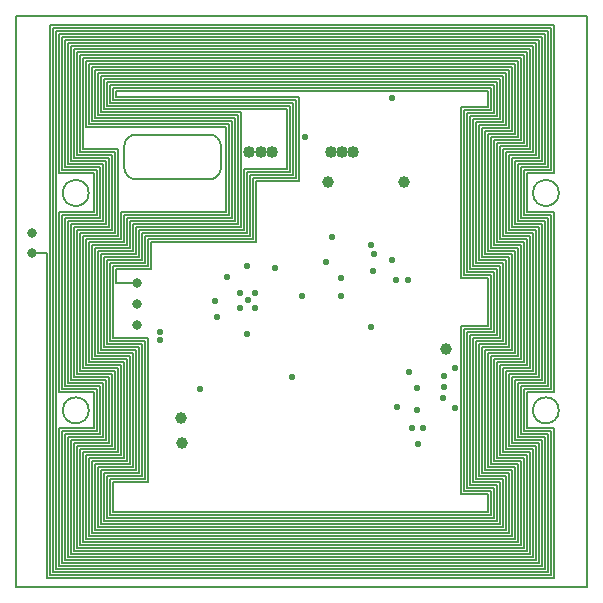
<source format=gbr>
%TF.GenerationSoftware,KiCad,Pcbnew,(5.1.4)-1*%
%TF.CreationDate,2019-12-19T16:50:30-07:00*%
%TF.ProjectId,SolarCellZ_v1,536f6c61-7243-4656-9c6c-5a5f76312e6b,rev?*%
%TF.SameCoordinates,Original*%
%TF.FileFunction,Copper,L2,Inr*%
%TF.FilePolarity,Positive*%
%FSLAX46Y46*%
G04 Gerber Fmt 4.6, Leading zero omitted, Abs format (unit mm)*
G04 Created by KiCad (PCBNEW (5.1.4)-1) date 2019-12-19 16:50:30*
%MOMM*%
%LPD*%
G04 APERTURE LIST*
%ADD10C,0.200000*%
%ADD11C,1.016000*%
%ADD12C,1.000000*%
%ADD13C,0.584200*%
%ADD14C,0.800000*%
%ADD15C,0.127000*%
G04 APERTURE END LIST*
D10*
X107407500Y-52841000D02*
G75*
G02X106407500Y-53841000I-1000000J0D01*
G01*
X100207500Y-53841000D02*
G75*
G02X99207500Y-52841000I0J1000000D01*
G01*
X106407500Y-50041000D02*
G75*
G02X107407500Y-51041000I0J-1000000D01*
G01*
X99207500Y-51041000D02*
G75*
G02X100207500Y-50041000I1000000J0D01*
G01*
X96207500Y-54991000D02*
G75*
G03X96207500Y-54991000I-1100000J0D01*
G01*
X106407500Y-50041000D02*
X100207500Y-50041000D01*
X138407500Y-39991000D02*
X138407500Y-88391000D01*
X138407500Y-88391000D02*
X90007500Y-88391000D01*
X96207500Y-73391000D02*
G75*
G03X96207500Y-73391000I-1100000J0D01*
G01*
X90007500Y-88391000D02*
X90007500Y-39991000D01*
X90007500Y-39991000D02*
X138407500Y-39991000D01*
X100207500Y-53841000D02*
X106407500Y-53841000D01*
X136007500Y-73391000D02*
G75*
G03X136007500Y-73391000I-1100000J0D01*
G01*
X136007500Y-54991000D02*
G75*
G03X136007500Y-54991000I-1100000J0D01*
G01*
X107407500Y-52841000D02*
X107407500Y-51041000D01*
X99207500Y-51041000D02*
X99207500Y-52841000D01*
D11*
X116700000Y-51500000D03*
X117650000Y-51500000D03*
X111700000Y-51500000D03*
X110750000Y-51500000D03*
X118600000Y-51500000D03*
X109800000Y-51500000D03*
D12*
X116459000Y-54038500D03*
X122936000Y-54038500D03*
X126492000Y-68199000D03*
X104013000Y-74041000D03*
X104076500Y-76200000D03*
D13*
X126301500Y-71437500D03*
X124015500Y-71501000D03*
X120268110Y-61604791D03*
X120078500Y-66357500D03*
X127254000Y-69786500D03*
X123317000Y-70167500D03*
X107032512Y-65473693D03*
X109654340Y-64046100D03*
X110253760Y-64708256D03*
X108983760Y-64708256D03*
X110261400Y-63439040D03*
X108983760Y-63463656D03*
X122237500Y-62357000D03*
X123253500Y-62357000D03*
X122301000Y-73088500D03*
X127254000Y-73215500D03*
X113411000Y-70548500D03*
X126301500Y-70485000D03*
X120111294Y-59382647D03*
X126238000Y-72390000D03*
X120396000Y-60198000D03*
X121920000Y-60706000D03*
X121920000Y-46990000D03*
X116763500Y-58710000D03*
X114554000Y-50292000D03*
X124015500Y-73406000D03*
X117602000Y-62166500D03*
X116268500Y-60833000D03*
X109644160Y-66892656D03*
X107886500Y-62103000D03*
X114299990Y-63690500D03*
X117602000Y-63690500D03*
X124045117Y-76233390D03*
X109601000Y-61214000D03*
X111950500Y-61380850D03*
X105664000Y-71628000D03*
X106872635Y-64108698D03*
D14*
X91440000Y-58420000D03*
X91440000Y-60071000D03*
X100330000Y-64389000D03*
X100330000Y-62611000D03*
X100330000Y-66167000D03*
D13*
X124523500Y-74866500D03*
X123571000Y-74866500D03*
X102235000Y-67437000D03*
X102235000Y-66802000D03*
D15*
X130556000Y-80010000D02*
X128270000Y-80010000D01*
X130556000Y-82550000D02*
X130556000Y-80010000D01*
X97790000Y-82550000D02*
X130556000Y-82550000D01*
X97790000Y-78994000D02*
X97790000Y-82550000D01*
X100711000Y-78994000D02*
X97790000Y-78994000D01*
X100711000Y-67818000D02*
X100711000Y-78994000D01*
X97790000Y-67818000D02*
X100711000Y-67818000D01*
X97790000Y-60706000D02*
X97790000Y-67818000D01*
X100711000Y-60706000D02*
X97790000Y-60706000D01*
X100711000Y-58420000D02*
X100711000Y-60706000D01*
X109601000Y-53213000D02*
X109601000Y-58420000D01*
X113284000Y-53213000D02*
X109601000Y-53213000D01*
X113284000Y-47625000D02*
X113284000Y-53213000D01*
X97790000Y-47625000D02*
X113284000Y-47625000D01*
X97790000Y-45593000D02*
X97790000Y-47625000D01*
X130810000Y-45593000D02*
X97790000Y-45593000D01*
X130810000Y-48514000D02*
X130810000Y-45593000D01*
X128524000Y-48514000D02*
X130810000Y-48514000D01*
X130810000Y-61468000D02*
X128524000Y-61468000D01*
X128524000Y-67056000D02*
X130810000Y-67056000D01*
X130810000Y-79756000D02*
X128524000Y-79756000D01*
X97536000Y-82804000D02*
X130810000Y-82804000D01*
X97536000Y-78740000D02*
X97536000Y-82804000D01*
X100457000Y-78740000D02*
X97536000Y-78740000D01*
X100457000Y-68072000D02*
X100457000Y-78740000D01*
X97536000Y-60452000D02*
X97536000Y-68072000D01*
X100457000Y-60452000D02*
X97536000Y-60452000D01*
X100457000Y-58166000D02*
X100457000Y-60452000D01*
X109347000Y-58166000D02*
X100457000Y-58166000D01*
X109347000Y-52959000D02*
X109347000Y-58166000D01*
X113030000Y-52959000D02*
X109347000Y-52959000D01*
X113030000Y-47879000D02*
X113030000Y-52959000D01*
X97536000Y-45339000D02*
X97536000Y-47879000D01*
X131064000Y-48768000D02*
X131064000Y-45339000D01*
X128778000Y-48768000D02*
X131064000Y-48768000D01*
X128778000Y-61214000D02*
X128778000Y-48768000D01*
X131064000Y-61214000D02*
X128778000Y-61214000D01*
X131064000Y-67310000D02*
X131064000Y-61214000D01*
X128778000Y-67310000D02*
X131064000Y-67310000D01*
X131064000Y-79502000D02*
X128778000Y-79502000D01*
X131064000Y-83058000D02*
X131064000Y-79502000D01*
X97282000Y-83058000D02*
X131064000Y-83058000D01*
X97282000Y-78486000D02*
X97282000Y-83058000D01*
X100203000Y-78486000D02*
X97282000Y-78486000D01*
X100203000Y-68326000D02*
X100203000Y-78486000D01*
X97282000Y-68326000D02*
X100203000Y-68326000D01*
X97282000Y-60198000D02*
X97282000Y-68326000D01*
X100203000Y-60198000D02*
X97282000Y-60198000D01*
X109093000Y-57912000D02*
X100203000Y-57912000D01*
X97282000Y-48133000D02*
X109093000Y-48133000D01*
X131318000Y-49022000D02*
X131318000Y-45085000D01*
X129032000Y-49022000D02*
X131318000Y-49022000D01*
X131318000Y-58674000D02*
X131318000Y-51308000D01*
X99441000Y-77724000D02*
X96520000Y-77724000D01*
X133604000Y-58674000D02*
X131318000Y-58674000D01*
X133604000Y-69850000D02*
X133604000Y-58674000D01*
X131318000Y-79248000D02*
X129032000Y-79248000D01*
X131318000Y-76962000D02*
X131318000Y-69850000D01*
X131572000Y-83566000D02*
X131572000Y-78994000D01*
X133604000Y-76962000D02*
X131318000Y-76962000D01*
X97028000Y-68580000D02*
X99949000Y-68580000D01*
X133604000Y-85598000D02*
X133604000Y-76962000D01*
X107823000Y-49403000D02*
X107823000Y-56642000D01*
X94742000Y-85598000D02*
X133604000Y-85598000D01*
X97028000Y-83312000D02*
X131318000Y-83312000D01*
X94742000Y-75946000D02*
X94742000Y-85598000D01*
X99441000Y-59436000D02*
X96520000Y-59436000D01*
X97663000Y-75946000D02*
X94742000Y-75946000D01*
X131572000Y-49276000D02*
X131572000Y-44831000D01*
X97663000Y-70866000D02*
X97663000Y-75946000D01*
X132080000Y-84074000D02*
X132080000Y-78486000D01*
X94742000Y-70866000D02*
X97663000Y-70866000D01*
X99441000Y-57150000D02*
X99441000Y-59436000D01*
X94742000Y-57658000D02*
X94742000Y-70866000D01*
X129286000Y-67818000D02*
X131572000Y-67818000D01*
X97663000Y-57658000D02*
X94742000Y-57658000D01*
X129794000Y-68326000D02*
X132080000Y-68326000D01*
X97663000Y-52324000D02*
X97663000Y-57658000D01*
X129794000Y-60198000D02*
X129794000Y-49784000D01*
X94742000Y-52324000D02*
X97663000Y-52324000D01*
X98679000Y-76962000D02*
X95758000Y-76962000D01*
X94742000Y-42545000D02*
X94742000Y-52324000D01*
X96012000Y-49403000D02*
X107823000Y-49403000D01*
X133858000Y-42545000D02*
X94742000Y-42545000D01*
X96012000Y-43815000D02*
X96012000Y-49403000D01*
X133858000Y-51562000D02*
X133858000Y-42545000D01*
X130048000Y-68580000D02*
X132334000Y-68580000D01*
X131572000Y-51562000D02*
X133858000Y-51562000D01*
X96774000Y-77978000D02*
X96774000Y-83566000D01*
X131572000Y-58420000D02*
X131572000Y-51562000D01*
X129540000Y-68072000D02*
X131826000Y-68072000D01*
X98552000Y-62611000D02*
X99764315Y-62611000D01*
X133858000Y-58420000D02*
X131572000Y-58420000D01*
X98933000Y-77216000D02*
X96012000Y-77216000D01*
X131572000Y-70104000D02*
X133858000Y-70104000D01*
X96266000Y-59182000D02*
X96266000Y-69342000D01*
X131572000Y-76708000D02*
X131572000Y-70104000D01*
X96012000Y-84328000D02*
X132334000Y-84328000D01*
X133858000Y-76708000D02*
X131572000Y-76708000D01*
X130302000Y-68834000D02*
X132588000Y-68834000D01*
X133858000Y-85852000D02*
X133858000Y-76708000D01*
X131826000Y-83820000D02*
X131826000Y-78740000D01*
X94488000Y-85852000D02*
X133858000Y-85852000D01*
X132334000Y-68580000D02*
X132334000Y-59944000D01*
X94488000Y-75692000D02*
X94488000Y-85852000D01*
X96266000Y-69342000D02*
X99187000Y-69342000D01*
X97409000Y-75692000D02*
X94488000Y-75692000D01*
X130302000Y-50292000D02*
X132588000Y-50292000D01*
X97409000Y-71120000D02*
X97409000Y-75692000D01*
X129794000Y-49784000D02*
X132080000Y-49784000D01*
X94488000Y-71120000D02*
X97409000Y-71120000D01*
X130048000Y-59944000D02*
X130048000Y-50038000D01*
X94488000Y-57404000D02*
X94488000Y-71120000D01*
X108585000Y-57404000D02*
X99695000Y-57404000D01*
X97409000Y-57404000D02*
X94488000Y-57404000D01*
X107823000Y-56642000D02*
X98933000Y-56642000D01*
X97409000Y-52578000D02*
X97409000Y-57404000D01*
X132588000Y-59690000D02*
X130302000Y-59690000D01*
X94488000Y-52578000D02*
X97409000Y-52578000D01*
X99187000Y-77470000D02*
X96266000Y-77470000D01*
X94488000Y-42291000D02*
X94488000Y-52578000D01*
X129286000Y-49276000D02*
X131572000Y-49276000D01*
X134112000Y-42291000D02*
X94488000Y-42291000D01*
X108839000Y-48387000D02*
X108839000Y-57658000D01*
X134112000Y-51816000D02*
X134112000Y-42291000D01*
X129794000Y-78486000D02*
X129794000Y-68326000D01*
X131826000Y-51816000D02*
X134112000Y-51816000D01*
X97028000Y-78232000D02*
X97028000Y-83312000D01*
X131826000Y-58166000D02*
X131826000Y-51816000D01*
X129540000Y-49530000D02*
X131826000Y-49530000D01*
X134112000Y-58166000D02*
X131826000Y-58166000D01*
X108331000Y-57150000D02*
X99441000Y-57150000D01*
X134112000Y-70358000D02*
X134112000Y-58166000D01*
X96774000Y-48641000D02*
X108585000Y-48641000D01*
X131826000Y-70358000D02*
X134112000Y-70358000D01*
X132334000Y-59944000D02*
X130048000Y-59944000D01*
X134112000Y-76454000D02*
X131826000Y-76454000D01*
X95758000Y-69850000D02*
X98679000Y-69850000D01*
X134112000Y-86106000D02*
X134112000Y-76454000D01*
X96520000Y-77724000D02*
X96520000Y-83820000D01*
X94234000Y-86106000D02*
X134112000Y-86106000D01*
X108331000Y-48895000D02*
X108331000Y-57150000D01*
X94234000Y-75438000D02*
X94234000Y-86106000D01*
X96520000Y-59436000D02*
X96520000Y-69088000D01*
X97155000Y-75438000D02*
X94234000Y-75438000D01*
X99187000Y-69342000D02*
X99187000Y-77470000D01*
X97155000Y-71374000D02*
X97155000Y-75438000D01*
X96012000Y-58928000D02*
X96012000Y-69596000D01*
X94234000Y-71374000D02*
X97155000Y-71374000D01*
X95758000Y-51308000D02*
X98679000Y-51308000D01*
X94234000Y-57150000D02*
X94234000Y-71374000D01*
X132080000Y-44323000D02*
X96520000Y-44323000D01*
X97155000Y-57150000D02*
X94234000Y-57150000D01*
X108585000Y-48641000D02*
X108585000Y-57404000D01*
X97155000Y-52832000D02*
X97155000Y-57150000D01*
X99187000Y-56896000D02*
X99187000Y-59182000D01*
X94234000Y-52832000D02*
X97155000Y-52832000D01*
X131318000Y-83312000D02*
X131318000Y-79248000D01*
X94234000Y-42037000D02*
X94234000Y-52832000D01*
X96012000Y-77216000D02*
X96012000Y-84328000D01*
X134366000Y-42037000D02*
X94234000Y-42037000D01*
X129540000Y-78740000D02*
X129540000Y-68072000D01*
X134366000Y-52070000D02*
X134366000Y-42037000D01*
X99695000Y-59690000D02*
X96774000Y-59690000D01*
X132080000Y-52070000D02*
X134366000Y-52070000D01*
X130302000Y-77978000D02*
X130302000Y-68834000D01*
X97917000Y-70612000D02*
X97917000Y-76200000D01*
X98044000Y-45847000D02*
X98044000Y-47371000D01*
X132588000Y-71120000D02*
X134874000Y-71120000D01*
X132080000Y-57912000D02*
X132080000Y-52070000D01*
X132588000Y-43815000D02*
X96012000Y-43815000D01*
X134366000Y-57912000D02*
X132080000Y-57912000D01*
X99441000Y-69088000D02*
X99441000Y-77724000D01*
X134366000Y-70612000D02*
X134366000Y-57912000D01*
X132080000Y-68326000D02*
X132080000Y-60198000D01*
X132080000Y-76200000D02*
X132080000Y-70612000D01*
X108077000Y-56896000D02*
X99187000Y-56896000D01*
X127762000Y-66294000D02*
X130048000Y-66294000D01*
X134366000Y-76200000D02*
X132080000Y-76200000D01*
X132334000Y-44069000D02*
X96266000Y-44069000D01*
X127762000Y-80518000D02*
X127762000Y-66294000D01*
X134366000Y-86360000D02*
X134366000Y-76200000D01*
X98679000Y-58674000D02*
X95758000Y-58674000D01*
X97917000Y-57912000D02*
X94996000Y-57912000D01*
X130302000Y-66548000D02*
X130302000Y-61976000D01*
X135128000Y-52832000D02*
X135128000Y-41275000D01*
X128016000Y-48006000D02*
X130302000Y-48006000D01*
X93980000Y-86360000D02*
X134366000Y-86360000D01*
X95758000Y-58674000D02*
X95758000Y-69850000D01*
X100965000Y-79248000D02*
X98044000Y-79248000D01*
X132842000Y-52832000D02*
X135128000Y-52832000D01*
X133096000Y-77470000D02*
X130810000Y-77470000D01*
X130556000Y-45847000D02*
X98044000Y-45847000D01*
X132842000Y-57150000D02*
X132842000Y-52832000D01*
X98679000Y-69850000D02*
X98679000Y-76962000D01*
X98298000Y-46101000D02*
X98298000Y-47117000D01*
X132842000Y-75438000D02*
X132842000Y-71374000D01*
X132334000Y-78232000D02*
X130048000Y-78232000D01*
X128524000Y-61468000D02*
X128524000Y-48514000D01*
X92710000Y-87630000D02*
X135636000Y-87630000D01*
X128016000Y-80264000D02*
X128016000Y-66548000D01*
X93218000Y-87122000D02*
X135128000Y-87122000D01*
X108077000Y-49149000D02*
X108077000Y-56896000D01*
X97917000Y-76200000D02*
X94996000Y-76200000D01*
X109855000Y-58674000D02*
X100965000Y-58674000D01*
X132334000Y-52324000D02*
X134620000Y-52324000D01*
X98298000Y-67310000D02*
X101219000Y-67310000D01*
X133096000Y-53086000D02*
X135382000Y-53086000D01*
X132588000Y-84582000D02*
X132588000Y-77978000D01*
X128270000Y-66802000D02*
X130556000Y-66802000D01*
X133096000Y-56896000D02*
X133096000Y-53086000D01*
X133096000Y-59182000D02*
X130810000Y-59182000D01*
X94996000Y-76200000D02*
X94996000Y-85344000D01*
X130302000Y-80264000D02*
X128016000Y-80264000D01*
X93726000Y-74930000D02*
X93726000Y-86614000D01*
X98298000Y-61214000D02*
X98298000Y-67310000D01*
X135382000Y-56896000D02*
X133096000Y-56896000D01*
X98933000Y-58928000D02*
X96012000Y-58928000D01*
X133350000Y-77216000D02*
X131064000Y-77216000D01*
X130048000Y-47752000D02*
X130048000Y-46355000D01*
X135382000Y-53086000D02*
X135382000Y-41021000D01*
X95250000Y-43053000D02*
X95250000Y-51816000D01*
X98298000Y-47117000D02*
X113792000Y-47117000D01*
X135382000Y-71628000D02*
X135382000Y-56896000D01*
X132334000Y-84328000D02*
X132334000Y-78232000D01*
X128016000Y-66548000D02*
X130302000Y-66548000D01*
X133096000Y-71628000D02*
X135382000Y-71628000D01*
X130556000Y-69088000D02*
X132842000Y-69088000D01*
X131826000Y-76454000D02*
X131826000Y-70358000D01*
X129032000Y-67564000D02*
X131318000Y-67564000D01*
X97282000Y-45085000D02*
X97282000Y-48133000D01*
X133096000Y-75184000D02*
X133096000Y-71628000D01*
X110109000Y-53721000D02*
X110109000Y-58928000D01*
X96647000Y-71882000D02*
X96647000Y-74930000D01*
X98171000Y-76454000D02*
X95250000Y-76454000D01*
X133604000Y-42799000D02*
X94996000Y-42799000D01*
X130556000Y-61722000D02*
X128270000Y-61722000D01*
X96647000Y-53340000D02*
X96647000Y-56642000D01*
X100965000Y-58674000D02*
X100965000Y-60960000D01*
X135128000Y-71374000D02*
X135128000Y-57150000D01*
X95758000Y-84582000D02*
X132588000Y-84582000D01*
X132080000Y-70612000D02*
X134366000Y-70612000D01*
X108839000Y-57658000D02*
X99949000Y-57658000D01*
X109601000Y-58420000D02*
X100711000Y-58420000D01*
X135382000Y-75184000D02*
X133096000Y-75184000D01*
X99764315Y-62611000D02*
X100330000Y-62611000D01*
X135382000Y-41021000D02*
X93218000Y-41021000D01*
X96012000Y-69596000D02*
X98933000Y-69596000D01*
X128778000Y-79502000D02*
X128778000Y-67310000D01*
X135636000Y-71882000D02*
X135636000Y-56642000D01*
X95250000Y-58166000D02*
X95250000Y-70358000D01*
X130810000Y-67056000D02*
X130810000Y-61468000D01*
X135636000Y-74930000D02*
X133350000Y-74930000D01*
X95250000Y-76454000D02*
X95250000Y-85090000D01*
X130302000Y-61976000D02*
X128016000Y-61976000D01*
X135128000Y-57150000D02*
X132842000Y-57150000D01*
X98933000Y-69596000D02*
X98933000Y-77216000D01*
X128270000Y-80010000D02*
X128270000Y-66802000D01*
X135636000Y-87630000D02*
X135636000Y-74930000D01*
X101219000Y-67310000D02*
X101219000Y-79502000D01*
X96901000Y-71628000D02*
X96901000Y-75184000D01*
X96520000Y-44323000D02*
X96520000Y-48895000D01*
X130048000Y-66294000D02*
X130048000Y-62230000D01*
X135636000Y-40767000D02*
X92964000Y-40767000D01*
X94996000Y-57912000D02*
X94996000Y-70612000D01*
X97536000Y-47879000D02*
X113030000Y-47879000D01*
X91440000Y-60071000D02*
X92710000Y-60071000D01*
X95250000Y-51816000D02*
X98171000Y-51816000D01*
X135128000Y-75438000D02*
X132842000Y-75438000D01*
X132588000Y-68834000D02*
X132588000Y-59690000D01*
X127762000Y-62230000D02*
X127762000Y-47752000D01*
X92964000Y-87376000D02*
X135382000Y-87376000D01*
X98425000Y-58420000D02*
X95504000Y-58420000D01*
X131318000Y-69850000D02*
X133604000Y-69850000D01*
X131318000Y-67564000D02*
X131318000Y-60960000D01*
X131318000Y-45085000D02*
X97282000Y-45085000D01*
X92710000Y-60071000D02*
X92710000Y-87630000D01*
X97536000Y-68072000D02*
X100457000Y-68072000D01*
X133350000Y-56642000D02*
X133350000Y-53340000D01*
X132842000Y-84836000D02*
X132842000Y-77724000D01*
X133858000Y-70104000D02*
X133858000Y-58420000D01*
X131318000Y-60960000D02*
X129032000Y-60960000D01*
X128524000Y-79756000D02*
X128524000Y-67056000D01*
X133350000Y-74930000D02*
X133350000Y-71882000D01*
X131064000Y-45339000D02*
X97536000Y-45339000D01*
X133350000Y-71882000D02*
X135636000Y-71882000D01*
X98425000Y-76708000D02*
X95504000Y-76708000D01*
X109093000Y-48133000D02*
X109093000Y-57912000D01*
X135636000Y-56642000D02*
X133350000Y-56642000D01*
X130810000Y-59182000D02*
X130810000Y-50800000D01*
X98552000Y-61468000D02*
X98552000Y-62611000D01*
X135128000Y-87122000D02*
X135128000Y-75438000D01*
X130556000Y-50546000D02*
X132842000Y-50546000D01*
X100203000Y-57912000D02*
X100203000Y-60198000D01*
X133350000Y-53340000D02*
X135636000Y-53340000D01*
X132842000Y-77724000D02*
X130556000Y-77724000D01*
X130810000Y-82804000D02*
X130810000Y-79756000D01*
X135636000Y-53340000D02*
X135636000Y-40767000D01*
X130556000Y-77724000D02*
X130556000Y-69088000D01*
X98044000Y-82296000D02*
X130302000Y-82296000D01*
X93218000Y-41021000D02*
X93218000Y-87122000D01*
X99187000Y-59182000D02*
X96266000Y-59182000D01*
X98044000Y-79248000D02*
X98044000Y-82296000D01*
X92964000Y-40767000D02*
X92964000Y-87376000D01*
X133096000Y-85090000D02*
X133096000Y-77470000D01*
X130302000Y-82296000D02*
X130302000Y-80264000D01*
X132842000Y-71374000D02*
X135128000Y-71374000D01*
X96266000Y-44069000D02*
X96266000Y-49149000D01*
X130048000Y-62230000D02*
X127762000Y-62230000D01*
X135382000Y-87376000D02*
X135382000Y-75184000D01*
X133350000Y-51054000D02*
X133350000Y-43053000D01*
X130048000Y-46355000D02*
X98552000Y-46355000D01*
X135128000Y-41275000D02*
X93472000Y-41275000D01*
X130810000Y-50800000D02*
X133096000Y-50800000D01*
X130556000Y-66802000D02*
X130556000Y-61722000D01*
X93472000Y-41275000D02*
X93472000Y-86868000D01*
X98933000Y-56642000D02*
X98933000Y-58928000D01*
X98552000Y-46355000D02*
X98552000Y-46863000D01*
X93472000Y-86868000D02*
X134874000Y-86868000D01*
X98171000Y-70358000D02*
X98171000Y-76454000D01*
X109855000Y-53467000D02*
X109855000Y-58674000D01*
X134874000Y-86868000D02*
X134874000Y-75692000D01*
X132080000Y-78486000D02*
X129794000Y-78486000D01*
X101473000Y-59182000D02*
X101473000Y-61468000D01*
X134874000Y-75692000D02*
X132588000Y-75692000D01*
X132842000Y-59436000D02*
X130556000Y-59436000D01*
X133604000Y-51308000D02*
X133604000Y-42799000D01*
X110363000Y-59182000D02*
X101473000Y-59182000D01*
X93726000Y-41529000D02*
X93726000Y-53340000D01*
X98044000Y-60960000D02*
X98044000Y-67564000D01*
X132588000Y-75692000D02*
X132588000Y-71120000D01*
X96266000Y-77470000D02*
X96266000Y-84074000D01*
X94996000Y-70612000D02*
X97917000Y-70612000D01*
X101219000Y-61214000D02*
X98298000Y-61214000D01*
X134874000Y-71120000D02*
X134874000Y-57404000D01*
X98425000Y-51562000D02*
X98425000Y-58420000D01*
X131064000Y-77216000D02*
X131064000Y-69596000D01*
X113538000Y-47371000D02*
X113538000Y-53467000D01*
X134874000Y-57404000D02*
X132588000Y-57404000D01*
X95758000Y-43561000D02*
X95758000Y-51308000D01*
X133350000Y-58928000D02*
X131064000Y-58928000D01*
X128270000Y-61722000D02*
X128270000Y-48260000D01*
X132588000Y-57404000D02*
X132588000Y-52578000D01*
X133350000Y-85344000D02*
X133350000Y-77216000D01*
X132588000Y-52578000D02*
X134874000Y-52578000D01*
X96266000Y-84074000D02*
X132080000Y-84074000D01*
X98044000Y-67564000D02*
X100965000Y-67564000D01*
X134874000Y-52578000D02*
X134874000Y-41529000D01*
X132080000Y-60198000D02*
X129794000Y-60198000D01*
X94996000Y-85344000D02*
X133350000Y-85344000D01*
X101473000Y-61468000D02*
X98552000Y-61468000D01*
X134874000Y-41529000D02*
X93726000Y-41529000D01*
X130810000Y-69342000D02*
X133096000Y-69342000D01*
X94996000Y-52070000D02*
X97917000Y-52070000D01*
X131064000Y-58928000D02*
X131064000Y-51054000D01*
X127762000Y-47752000D02*
X130048000Y-47752000D01*
X93726000Y-53340000D02*
X96647000Y-53340000D01*
X95504000Y-58420000D02*
X95504000Y-70104000D01*
X131064000Y-69596000D02*
X133350000Y-69596000D01*
X94996000Y-42799000D02*
X94996000Y-52070000D01*
X113792000Y-47117000D02*
X113792000Y-53721000D01*
X96647000Y-56642000D02*
X93726000Y-56642000D01*
X132842000Y-69088000D02*
X132842000Y-59436000D01*
X114046000Y-53975000D02*
X110363000Y-53975000D01*
X93726000Y-56642000D02*
X93726000Y-71882000D01*
X130556000Y-59436000D02*
X130556000Y-50546000D01*
X130048000Y-82042000D02*
X130048000Y-80518000D01*
X93726000Y-71882000D02*
X96647000Y-71882000D01*
X98679000Y-51308000D02*
X98679000Y-58674000D01*
X131318000Y-51308000D02*
X133604000Y-51308000D01*
X101219000Y-58928000D02*
X101219000Y-61214000D01*
X132334000Y-57658000D02*
X132334000Y-52324000D01*
X130556000Y-48260000D02*
X130556000Y-45847000D01*
X96647000Y-74930000D02*
X93726000Y-74930000D01*
X132588000Y-50292000D02*
X132588000Y-43815000D01*
X113538000Y-53467000D02*
X109855000Y-53467000D01*
X93726000Y-86614000D02*
X134620000Y-86614000D01*
X132842000Y-43561000D02*
X95758000Y-43561000D01*
X128016000Y-61976000D02*
X128016000Y-48006000D01*
X134620000Y-86614000D02*
X134620000Y-75946000D01*
X133096000Y-43307000D02*
X95504000Y-43307000D01*
X133350000Y-69596000D02*
X133350000Y-58928000D01*
X130302000Y-48006000D02*
X130302000Y-46101000D01*
X132334000Y-75946000D02*
X132334000Y-70866000D01*
X101219000Y-79502000D02*
X98298000Y-79502000D01*
X134620000Y-75946000D02*
X132334000Y-75946000D01*
X130048000Y-50038000D02*
X132334000Y-50038000D01*
X100965000Y-67564000D02*
X100965000Y-79248000D01*
X132334000Y-70866000D02*
X134620000Y-70866000D01*
X132588000Y-77978000D02*
X130302000Y-77978000D01*
X98298000Y-82042000D02*
X130048000Y-82042000D01*
X134620000Y-70866000D02*
X134620000Y-57658000D01*
X95250000Y-70358000D02*
X98171000Y-70358000D01*
X97917000Y-52070000D02*
X97917000Y-57912000D01*
X98298000Y-79502000D02*
X98298000Y-82042000D01*
X134620000Y-57658000D02*
X132334000Y-57658000D01*
X98171000Y-58166000D02*
X95250000Y-58166000D01*
X98552000Y-46863000D02*
X114046000Y-46863000D01*
X134620000Y-52324000D02*
X134620000Y-41783000D01*
X95504000Y-70104000D02*
X98425000Y-70104000D01*
X114046000Y-46863000D02*
X114046000Y-53975000D01*
X134620000Y-41783000D02*
X93980000Y-41783000D01*
X98425000Y-70104000D02*
X98425000Y-76708000D01*
X110363000Y-53975000D02*
X110363000Y-59182000D01*
X93980000Y-41783000D02*
X93980000Y-53086000D01*
X95504000Y-51562000D02*
X98425000Y-51562000D01*
X113792000Y-53721000D02*
X110109000Y-53721000D01*
X93980000Y-53086000D02*
X96901000Y-53086000D01*
X95504000Y-76708000D02*
X95504000Y-84836000D01*
X100965000Y-60960000D02*
X98044000Y-60960000D01*
X96901000Y-53086000D02*
X96901000Y-56896000D01*
X130048000Y-78232000D02*
X130048000Y-68580000D01*
X110109000Y-58928000D02*
X101219000Y-58928000D01*
X96901000Y-56896000D02*
X93980000Y-56896000D01*
X132080000Y-49784000D02*
X132080000Y-44323000D01*
X130048000Y-80518000D02*
X127762000Y-80518000D01*
X93980000Y-56896000D02*
X93980000Y-71628000D01*
X132334000Y-50038000D02*
X132334000Y-44069000D01*
X128270000Y-48260000D02*
X130556000Y-48260000D01*
X93980000Y-71628000D02*
X96901000Y-71628000D01*
X95758000Y-76962000D02*
X95758000Y-84582000D01*
X98044000Y-47371000D02*
X113538000Y-47371000D01*
X96901000Y-75184000D02*
X93980000Y-75184000D01*
X96266000Y-49149000D02*
X108077000Y-49149000D01*
X130302000Y-46101000D02*
X98298000Y-46101000D01*
X93980000Y-75184000D02*
X93980000Y-86360000D01*
X130302000Y-59690000D02*
X130302000Y-50292000D01*
X131064000Y-51054000D02*
X133350000Y-51054000D01*
X133350000Y-43053000D02*
X95250000Y-43053000D01*
X98171000Y-51816000D02*
X98171000Y-58166000D01*
X95250000Y-85090000D02*
X133096000Y-85090000D01*
X130810000Y-77470000D02*
X130810000Y-69342000D01*
X133096000Y-69342000D02*
X133096000Y-59182000D01*
X133096000Y-50800000D02*
X133096000Y-43307000D01*
X95504000Y-43307000D02*
X95504000Y-51562000D01*
X95504000Y-84836000D02*
X132842000Y-84836000D01*
X132842000Y-50546000D02*
X132842000Y-43561000D01*
X96520000Y-48895000D02*
X108331000Y-48895000D01*
X96520000Y-69088000D02*
X99441000Y-69088000D01*
X96520000Y-83820000D02*
X131826000Y-83820000D01*
X131826000Y-78740000D02*
X129540000Y-78740000D01*
X131826000Y-68072000D02*
X131826000Y-60452000D01*
X131826000Y-60452000D02*
X129540000Y-60452000D01*
X129540000Y-60452000D02*
X129540000Y-49530000D01*
X131826000Y-49530000D02*
X131826000Y-44577000D01*
X131826000Y-44577000D02*
X96774000Y-44577000D01*
X96774000Y-44577000D02*
X96774000Y-48641000D01*
X99695000Y-57404000D02*
X99695000Y-59690000D01*
X96774000Y-59690000D02*
X96774000Y-68834000D01*
X96774000Y-68834000D02*
X99695000Y-68834000D01*
X99695000Y-68834000D02*
X99695000Y-77978000D01*
X99695000Y-77978000D02*
X96774000Y-77978000D01*
X96774000Y-83566000D02*
X131572000Y-83566000D01*
X131572000Y-78994000D02*
X129286000Y-78994000D01*
X129286000Y-78994000D02*
X129286000Y-67818000D01*
X131572000Y-67818000D02*
X131572000Y-60706000D01*
X131572000Y-60706000D02*
X129286000Y-60706000D01*
X129286000Y-60706000D02*
X129286000Y-49276000D01*
X131572000Y-44831000D02*
X97028000Y-44831000D01*
X97028000Y-44831000D02*
X97028000Y-48387000D01*
X97028000Y-48387000D02*
X108839000Y-48387000D01*
X99949000Y-57658000D02*
X99949000Y-59944000D01*
X99949000Y-59944000D02*
X97028000Y-59944000D01*
X97028000Y-59944000D02*
X97028000Y-68580000D01*
X99949000Y-68580000D02*
X99949000Y-78232000D01*
X99949000Y-78232000D02*
X97028000Y-78232000D01*
X129032000Y-79248000D02*
X129032000Y-67564000D01*
X129032000Y-60960000D02*
X129032000Y-49022000D01*
M02*

</source>
